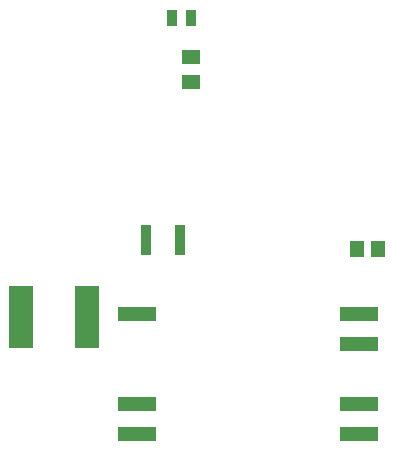
<source format=gbr>
G04 Layer_Color=8421504*
%FSLAX26Y26*%
%MOIN*%
%TF.FileFunction,Paste,Top*%
%TF.Part,Single*%
G01*
G75*
%TA.AperFunction,SMDPad,CuDef*%
%ADD10R,0.037402X0.053150*%
%ADD11R,0.037402X0.102362*%
%ADD12R,0.045276X0.057087*%
%ADD13R,0.059055X0.049213*%
%ADD14R,0.125984X0.047244*%
%ADD15R,0.078740X0.208661*%
D10*
X1333346Y-322063D02*
D03*
X1270354D02*
D03*
D11*
X1295370Y-1062418D02*
D03*
X1185134D02*
D03*
D12*
X1886418Y-1092063D02*
D03*
X1957284D02*
D03*
D13*
X1332851Y-450726D02*
D03*
Y-533402D02*
D03*
D14*
X1893008Y-1308055D02*
D03*
Y-1406481D02*
D03*
Y-1608055D02*
D03*
Y-1708055D02*
D03*
X1152850D02*
D03*
Y-1608055D02*
D03*
Y-1308055D02*
D03*
D15*
X767614Y-1317063D02*
D03*
X988087D02*
D03*
%TF.MD5,e514dbb0419a1ae24ef6d9a65c5f803d*%
M02*

</source>
